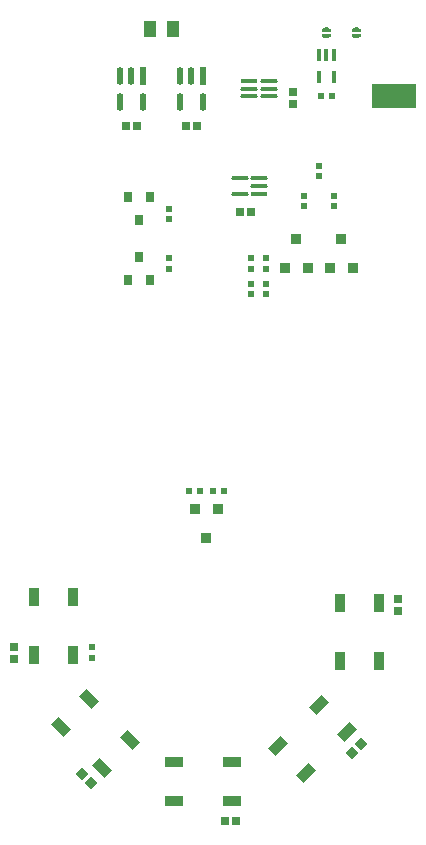
<source format=gbr>
%TF.GenerationSoftware,Altium Limited,Altium Designer,23.10.1 (27)*%
G04 Layer_Color=8421504*
%FSLAX45Y45*%
%MOMM*%
%TF.SameCoordinates,4EA0ACC5-7561-4313-9172-BF3C26F0D282*%
%TF.FilePolarity,Positive*%
%TF.FileFunction,Paste,Top*%
%TF.Part,Single*%
G01*
G75*
%TA.AperFunction,SMDPad,CuDef*%
%ADD11R,0.55000X0.55000*%
%ADD12R,0.57213X1.50524*%
G04:AMPARAMS|DCode=13|XSize=1.50524mm|YSize=0.57213mm|CornerRadius=0.28606mm|HoleSize=0mm|Usage=FLASHONLY|Rotation=270.000|XOffset=0mm|YOffset=0mm|HoleType=Round|Shape=RoundedRectangle|*
%AMROUNDEDRECTD13*
21,1,1.50524,0.00000,0,0,270.0*
21,1,0.93311,0.57213,0,0,270.0*
1,1,0.57213,0.00000,-0.46655*
1,1,0.57213,0.00000,0.46655*
1,1,0.57213,0.00000,0.46655*
1,1,0.57213,0.00000,-0.46655*
%
%ADD13ROUNDEDRECTD13*%
%ADD14R,3.80000X2.03000*%
%ADD15R,0.55000X0.55000*%
%ADD16R,0.90000X0.95000*%
%ADD17R,0.80000X0.90000*%
%ADD18R,0.72000X0.72000*%
%ADD19P,1.01824X4X180.0*%
%ADD20R,0.72000X0.72000*%
%ADD21P,1.01824X4X90.0*%
G04:AMPARAMS|DCode=22|XSize=1.46395mm|YSize=0.37583mm|CornerRadius=0.18791mm|HoleSize=0mm|Usage=FLASHONLY|Rotation=0.000|XOffset=0mm|YOffset=0mm|HoleType=Round|Shape=RoundedRectangle|*
%AMROUNDEDRECTD22*
21,1,1.46395,0.00000,0,0,0.0*
21,1,1.08813,0.37583,0,0,0.0*
1,1,0.37583,0.54406,0.00000*
1,1,0.37583,-0.54406,0.00000*
1,1,0.37583,-0.54406,0.00000*
1,1,0.37583,0.54406,0.00000*
%
%ADD22ROUNDEDRECTD22*%
%ADD23R,1.46395X0.37583*%
%ADD24R,0.45000X1.00000*%
%ADD25R,1.00000X1.40000*%
%ADD26R,1.50000X0.90000*%
%ADD27R,0.90000X1.50000*%
G04:AMPARAMS|DCode=28|XSize=1.5mm|YSize=0.9mm|CornerRadius=0mm|HoleSize=0mm|Usage=FLASHONLY|Rotation=225.000|XOffset=0mm|YOffset=0mm|HoleType=Round|Shape=Rectangle|*
%AMROTATEDRECTD28*
4,1,4,0.21213,0.84853,0.84853,0.21213,-0.21213,-0.84853,-0.84853,-0.21213,0.21213,0.84853,0.0*
%
%ADD28ROTATEDRECTD28*%

G04:AMPARAMS|DCode=29|XSize=1.5mm|YSize=0.9mm|CornerRadius=0mm|HoleSize=0mm|Usage=FLASHONLY|Rotation=135.000|XOffset=0mm|YOffset=0mm|HoleType=Round|Shape=Rectangle|*
%AMROTATEDRECTD29*
4,1,4,0.84853,-0.21213,0.21213,-0.84853,-0.84853,0.21213,-0.21213,0.84853,0.84853,-0.21213,0.0*
%
%ADD29ROTATEDRECTD29*%

G36*
X3008000Y7321001D02*
X3008000D01*
X3008000D01*
D01*
D02*
G37*
G36*
X3088000Y7321000D02*
X3087891Y7317172D01*
X3086184Y7309706D01*
X3083052Y7302717D01*
X3078618Y7296473D01*
X3073050Y7291215D01*
X3066564Y7287143D01*
X3059407Y7284415D01*
X3051856Y7283136D01*
X3048029Y7283245D01*
X3048029Y7283244D01*
X3044199Y7283132D01*
X3036641Y7284407D01*
X3029477Y7287132D01*
X3022983Y7291202D01*
X3017407Y7296461D01*
X3012965Y7302707D01*
X3009826Y7309699D01*
X3008112Y7317170D01*
X3008000Y7321001D01*
X3088000Y7321000D01*
D02*
G37*
G36*
X3059360Y7377593D02*
X3066524Y7374868D01*
X3073018Y7370798D01*
X3078594Y7365539D01*
X3083037Y7359293D01*
X3086175Y7352301D01*
X3087888Y7344830D01*
X3088000Y7341000D01*
X3047972Y7341059D01*
X3008000Y7341000D01*
X3008109Y7344828D01*
X3009817Y7352294D01*
X3012948Y7359283D01*
X3017382Y7365527D01*
X3022950Y7370786D01*
X3029437Y7374857D01*
X3036593Y7377585D01*
X3044144Y7378864D01*
X3047972Y7378755D01*
X3051802Y7378867D01*
X3059360Y7377593D01*
D02*
G37*
G36*
X3088000Y7341000D02*
Y7340999D01*
Y7341000D01*
D01*
D02*
G37*
G36*
X3262000Y7321001D02*
X3262000D01*
X3262000D01*
D01*
D02*
G37*
G36*
X3342000Y7321000D02*
X3341891Y7317172D01*
X3340184Y7309706D01*
X3337052Y7302717D01*
X3332618Y7296473D01*
X3327050Y7291215D01*
X3320564Y7287143D01*
X3313407Y7284415D01*
X3305856Y7283136D01*
X3302029Y7283245D01*
X3302029Y7283244D01*
X3298199Y7283132D01*
X3290641Y7284407D01*
X3283477Y7287132D01*
X3276983Y7291202D01*
X3271407Y7296461D01*
X3266965Y7302707D01*
X3263826Y7309699D01*
X3262112Y7317170D01*
X3262000Y7321001D01*
X3342000Y7321000D01*
D02*
G37*
G36*
X3313360Y7377593D02*
X3320524Y7374868D01*
X3327018Y7370798D01*
X3332594Y7365539D01*
X3337037Y7359293D01*
X3340175Y7352301D01*
X3341888Y7344830D01*
X3342000Y7341000D01*
X3301972Y7341059D01*
X3262000Y7341000D01*
X3262109Y7344828D01*
X3263817Y7352294D01*
X3266948Y7359283D01*
X3271382Y7365527D01*
X3276950Y7370786D01*
X3283437Y7374857D01*
X3290593Y7377585D01*
X3298144Y7378864D01*
X3301972Y7378755D01*
X3305802Y7378867D01*
X3313360Y7377593D01*
D02*
G37*
G36*
X3342000Y7341000D02*
Y7340999D01*
Y7341000D01*
D01*
D02*
G37*
D11*
X3003000Y6794500D02*
D03*
X3093000D02*
D03*
X2178600Y3454400D02*
D03*
X2088600D02*
D03*
X1975400D02*
D03*
X1885400D02*
D03*
D12*
X2000000Y6968048D02*
D03*
X1492000D02*
D03*
D13*
X1905000D02*
D03*
X1810000D02*
D03*
Y6747952D02*
D03*
X2000000D02*
D03*
X1397000Y6968048D02*
D03*
X1302000D02*
D03*
Y6747952D02*
D03*
X1492000D02*
D03*
D14*
X3619500Y6794500D02*
D03*
D15*
X1714500Y5752000D02*
D03*
Y5842000D02*
D03*
X2984500Y6114500D02*
D03*
Y6204500D02*
D03*
X1066800Y2037800D02*
D03*
Y2127800D02*
D03*
X1714500Y5424000D02*
D03*
Y5334000D02*
D03*
X2540000Y5117000D02*
D03*
Y5207000D02*
D03*
Y5424000D02*
D03*
Y5334000D02*
D03*
X2413000Y5207000D02*
D03*
Y5117000D02*
D03*
Y5334000D02*
D03*
Y5424000D02*
D03*
X3111500Y5860500D02*
D03*
Y5950500D02*
D03*
X2857500Y5860500D02*
D03*
Y5950500D02*
D03*
D16*
X2699000Y5336000D02*
D03*
X2794000Y5586000D02*
D03*
X2889000Y5336000D02*
D03*
X3080000D02*
D03*
X3175000Y5586000D02*
D03*
X3270000Y5336000D02*
D03*
X2127000Y3300000D02*
D03*
X2032000Y3050000D02*
D03*
X1937000Y3300000D02*
D03*
D17*
X1460500Y5434000D02*
D03*
X1555500Y5234000D02*
D03*
X1365500D02*
D03*
X1460500Y5742000D02*
D03*
X1365500Y5942000D02*
D03*
X1555500D02*
D03*
D18*
X3657600Y2439200D02*
D03*
Y2539200D02*
D03*
X406400Y2132800D02*
D03*
Y2032800D02*
D03*
X2768600Y6831800D02*
D03*
Y6731800D02*
D03*
D19*
X3266645Y1234645D02*
D03*
X3337355Y1305355D02*
D03*
D20*
X2185200Y660400D02*
D03*
X2285200D02*
D03*
X1955000Y6540500D02*
D03*
X1855000D02*
D03*
X1447000D02*
D03*
X1347000D02*
D03*
X2312200Y5816600D02*
D03*
X2412200D02*
D03*
D21*
X980645Y1051355D02*
D03*
X1051355Y980645D02*
D03*
D22*
X2558510Y6923000D02*
D03*
Y6858000D02*
D03*
Y6793000D02*
D03*
X2394490D02*
D03*
Y6858000D02*
D03*
X2476500Y6034000D02*
D03*
Y6099000D02*
D03*
X2312481D02*
D03*
Y5969000D02*
D03*
D23*
X2394490Y6923000D02*
D03*
X2476500Y5969000D02*
D03*
D24*
X3113000Y7143500D02*
D03*
X3048000D02*
D03*
X2983000D02*
D03*
Y6953500D02*
D03*
X3113000D02*
D03*
D25*
X1746000Y7366000D02*
D03*
X1556000D02*
D03*
D26*
X2251600Y825600D02*
D03*
Y1155600D02*
D03*
X1761600D02*
D03*
Y825600D02*
D03*
D27*
X3492400Y2505600D02*
D03*
X3162400D02*
D03*
Y2015600D02*
D03*
X3492400Y2015600D02*
D03*
X571600Y2066400D02*
D03*
X901600D02*
D03*
Y2556400D02*
D03*
X571600Y2556400D02*
D03*
D28*
X3219939Y1408622D02*
D03*
X2986594Y1641967D02*
D03*
X2640112Y1295485D02*
D03*
X2873457Y1062140D02*
D03*
D29*
X1148769Y1107086D02*
D03*
X1382114Y1340431D02*
D03*
X1035631Y1686914D02*
D03*
X802286Y1453568D02*
D03*
%TF.MD5,e0c6a05fa876572e5833c4245a6c51b7*%
M02*

</source>
